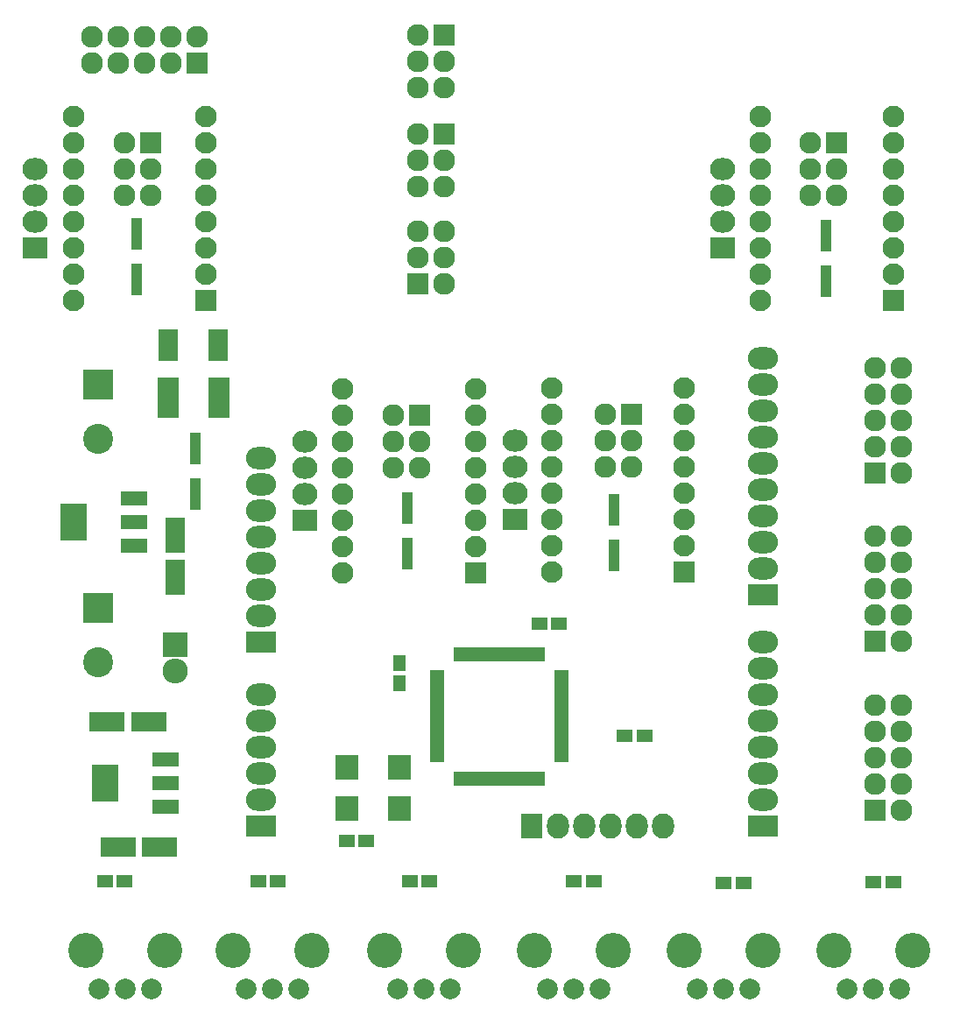
<source format=gts>
G04 #@! TF.FileFunction,Soldermask,Top*
%FSLAX46Y46*%
G04 Gerber Fmt 4.6, Leading zero omitted, Abs format (unit mm)*
G04 Created by KiCad (PCBNEW 4.0.0-rc1-stable) date 28.10.2015 10:15:14*
%MOMM*%
G01*
G04 APERTURE LIST*
%ADD10C,0.150000*%
%ADD11C,2.100000*%
%ADD12R,2.100000X2.100000*%
%ADD13R,0.849580X1.400000*%
%ADD14R,1.400000X0.849580*%
%ADD15R,2.127200X2.127200*%
%ADD16O,2.127200X2.127200*%
%ADD17R,1.100000X3.100000*%
%ADD18R,2.432000X2.127200*%
%ADD19O,2.432000X2.127200*%
%ADD20R,1.150000X1.600000*%
%ADD21R,1.600000X1.150000*%
%ADD22R,1.901140X3.100020*%
%ADD23R,2.000000X3.900000*%
%ADD24C,2.900000*%
%ADD25R,2.900000X2.900000*%
%ADD26R,2.127200X2.432000*%
%ADD27O,2.127200X2.432000*%
%ADD28R,2.900000X2.127200*%
%ADD29O,2.900000X2.127200*%
%ADD30R,2.200000X2.400000*%
%ADD31C,3.400000*%
%ADD32C,2.000000*%
%ADD33R,2.550000X1.350000*%
%ADD34R,2.550000X3.650000*%
%ADD35R,3.399740X1.901140*%
%ADD36R,1.901140X3.399740*%
%ADD37R,2.432000X2.432000*%
%ADD38O,2.432000X2.432000*%
G04 APERTURE END LIST*
D10*
D11*
X170919000Y-60960000D03*
X170919000Y-58420000D03*
X170919000Y-63500000D03*
X170919000Y-66040000D03*
X170919000Y-68580000D03*
X170919000Y-71120000D03*
X170919000Y-73660000D03*
X170919000Y-76200000D03*
D12*
X183769000Y-76200000D03*
D11*
X183769000Y-73660000D03*
X183769000Y-71120000D03*
X183769000Y-68580000D03*
X183769000Y-66040000D03*
X183769000Y-63500000D03*
X183769000Y-58420000D03*
X183769000Y-60960000D03*
X130533000Y-87249000D03*
X130533000Y-84709000D03*
X130533000Y-89789000D03*
X130533000Y-92329000D03*
X130533000Y-94869000D03*
X130533000Y-97409000D03*
X130533000Y-99949000D03*
X130533000Y-102489000D03*
D12*
X143383000Y-102489000D03*
D11*
X143383000Y-99949000D03*
X143383000Y-97409000D03*
X143383000Y-94869000D03*
X143383000Y-92329000D03*
X143383000Y-89789000D03*
X143383000Y-84709000D03*
X143383000Y-87249000D03*
X150726000Y-87185500D03*
X150726000Y-84645500D03*
X150726000Y-89725500D03*
X150726000Y-92265500D03*
X150726000Y-94805500D03*
X150726000Y-97345500D03*
X150726000Y-99885500D03*
X150726000Y-102425500D03*
D12*
X163576000Y-102425500D03*
D11*
X163576000Y-99885500D03*
X163576000Y-97345500D03*
X163576000Y-94805500D03*
X163576000Y-92265500D03*
X163576000Y-89725500D03*
X163576000Y-84645500D03*
X163576000Y-87185500D03*
X104498000Y-60960000D03*
X104498000Y-58420000D03*
X104498000Y-63500000D03*
X104498000Y-66040000D03*
X104498000Y-68580000D03*
X104498000Y-71120000D03*
X104498000Y-73660000D03*
X104498000Y-76200000D03*
D12*
X117348000Y-76200000D03*
D11*
X117348000Y-73660000D03*
X117348000Y-71120000D03*
X117348000Y-68580000D03*
X117348000Y-66040000D03*
X117348000Y-63500000D03*
X117348000Y-58420000D03*
X117348000Y-60960000D03*
D13*
X141668500Y-122364500D03*
X142466060Y-122364500D03*
X143266160Y-122364500D03*
X144066260Y-122364500D03*
X144866360Y-122364500D03*
X145666460Y-122364500D03*
X146466560Y-122364500D03*
X147266660Y-122364500D03*
X148066760Y-122364500D03*
X148866860Y-122364500D03*
X149666960Y-122364500D03*
D14*
X151668480Y-120365520D03*
X151668480Y-119565420D03*
X151668480Y-118765320D03*
X151668480Y-117965220D03*
X151668480Y-117165120D03*
X151668480Y-116365020D03*
X151668480Y-115564920D03*
X151668480Y-114764820D03*
X151668480Y-113964720D03*
X151668480Y-113164620D03*
X151668480Y-112364520D03*
D13*
X149666960Y-110365540D03*
X148866860Y-110365540D03*
X148066760Y-110365540D03*
X147266660Y-110365540D03*
X146466560Y-110365540D03*
X145666460Y-110365540D03*
X144866360Y-110365540D03*
X144066260Y-110365540D03*
X143266160Y-110365540D03*
X142466060Y-110365540D03*
X141668500Y-110365540D03*
D14*
X139669520Y-112364520D03*
X139669520Y-113164620D03*
X139669520Y-113964720D03*
X139669520Y-114764820D03*
X139669520Y-115564920D03*
X139669520Y-116365020D03*
X139669520Y-117165120D03*
X139669520Y-117965220D03*
X139669520Y-118765320D03*
X139669520Y-119565420D03*
X139669520Y-120365520D03*
D15*
X116459000Y-53213000D03*
D16*
X116459000Y-50673000D03*
X113919000Y-53213000D03*
X113919000Y-50673000D03*
X111379000Y-53213000D03*
X111379000Y-50673000D03*
X108839000Y-53213000D03*
X108839000Y-50673000D03*
X106299000Y-53213000D03*
X106299000Y-50673000D03*
D15*
X140335000Y-50546000D03*
D16*
X137795000Y-50546000D03*
X140335000Y-53086000D03*
X137795000Y-53086000D03*
X140335000Y-55626000D03*
X137795000Y-55626000D03*
D17*
X156781500Y-96374500D03*
X156781500Y-100774500D03*
D15*
X158432500Y-87185500D03*
D16*
X155892500Y-87185500D03*
X158432500Y-89725500D03*
X155892500Y-89725500D03*
X158432500Y-92265500D03*
X155892500Y-92265500D03*
D18*
X147193000Y-97345500D03*
D19*
X147193000Y-94805500D03*
X147193000Y-92265500D03*
X147193000Y-89725500D03*
D17*
X136779000Y-96247500D03*
X136779000Y-100647500D03*
D15*
X137985500Y-87249000D03*
D16*
X135445500Y-87249000D03*
X137985500Y-89789000D03*
X135445500Y-89789000D03*
X137985500Y-92329000D03*
X135445500Y-92329000D03*
D18*
X126873000Y-97409000D03*
D19*
X126873000Y-94869000D03*
X126873000Y-92329000D03*
X126873000Y-89789000D03*
D18*
X167259000Y-71120000D03*
D19*
X167259000Y-68580000D03*
X167259000Y-66040000D03*
X167259000Y-63500000D03*
D15*
X178244500Y-60960000D03*
D16*
X175704500Y-60960000D03*
X178244500Y-63500000D03*
X175704500Y-63500000D03*
X178244500Y-66040000D03*
X175704500Y-66040000D03*
D17*
X177292000Y-69895000D03*
X177292000Y-74295000D03*
X110617000Y-69768000D03*
X110617000Y-74168000D03*
D15*
X112014000Y-60960000D03*
D16*
X109474000Y-60960000D03*
X112014000Y-63500000D03*
X109474000Y-63500000D03*
X112014000Y-66040000D03*
X109474000Y-66040000D03*
D18*
X100838000Y-71120000D03*
D19*
X100838000Y-68580000D03*
X100838000Y-66040000D03*
X100838000Y-63500000D03*
D15*
X137795000Y-74549000D03*
D16*
X140335000Y-74549000D03*
X137795000Y-72009000D03*
X140335000Y-72009000D03*
X137795000Y-69469000D03*
X140335000Y-69469000D03*
D15*
X140335000Y-60071000D03*
D16*
X137795000Y-60071000D03*
X140335000Y-62611000D03*
X137795000Y-62611000D03*
X140335000Y-65151000D03*
X137795000Y-65151000D03*
D20*
X136017000Y-113154500D03*
X136017000Y-111254500D03*
D21*
X167388500Y-132461000D03*
X169288500Y-132461000D03*
X149545000Y-107378500D03*
X151445000Y-107378500D03*
X157800000Y-118237000D03*
X159700000Y-118237000D03*
X181866500Y-132397500D03*
X183766500Y-132397500D03*
X130939500Y-128397000D03*
X132839500Y-128397000D03*
X152910500Y-132334000D03*
X154810500Y-132334000D03*
X138935500Y-132334000D03*
X137035500Y-132334000D03*
X124267000Y-132334000D03*
X122367000Y-132334000D03*
D22*
X113677700Y-80454500D03*
X118478300Y-80454500D03*
D23*
X118579900Y-85598000D03*
X113703100Y-85598000D03*
D24*
X106934000Y-89578000D03*
D25*
X106934000Y-84328000D03*
D24*
X106934000Y-111104500D03*
D25*
X106934000Y-105854500D03*
D15*
X181991000Y-125476000D03*
D16*
X184531000Y-125476000D03*
X181991000Y-122936000D03*
X184531000Y-122936000D03*
X181991000Y-120396000D03*
X184531000Y-120396000D03*
X181991000Y-117856000D03*
X184531000Y-117856000D03*
X181991000Y-115316000D03*
X184531000Y-115316000D03*
D15*
X181991000Y-109093000D03*
D16*
X184531000Y-109093000D03*
X181991000Y-106553000D03*
X184531000Y-106553000D03*
X181991000Y-104013000D03*
X184531000Y-104013000D03*
X181991000Y-101473000D03*
X184531000Y-101473000D03*
X181991000Y-98933000D03*
X184531000Y-98933000D03*
D15*
X181991000Y-92837000D03*
D16*
X184531000Y-92837000D03*
X181991000Y-90297000D03*
X184531000Y-90297000D03*
X181991000Y-87757000D03*
X184531000Y-87757000D03*
X181991000Y-85217000D03*
X184531000Y-85217000D03*
X181991000Y-82677000D03*
X184531000Y-82677000D03*
D26*
X148844000Y-127000000D03*
D27*
X151384000Y-127000000D03*
X153924000Y-127000000D03*
X156464000Y-127000000D03*
X159004000Y-127000000D03*
X161544000Y-127000000D03*
D28*
X122682000Y-109200000D03*
D29*
X122682000Y-106660000D03*
X122682000Y-104120000D03*
X122682000Y-101580000D03*
X122682000Y-99040000D03*
X122682000Y-96500000D03*
X122682000Y-93960000D03*
X122682000Y-91420000D03*
D28*
X122682000Y-127000000D03*
D29*
X122682000Y-124460000D03*
X122682000Y-121920000D03*
X122682000Y-119380000D03*
X122682000Y-116840000D03*
X122682000Y-114300000D03*
D28*
X171182000Y-104656000D03*
D29*
X171182000Y-102116000D03*
X171182000Y-99576000D03*
X171182000Y-97036000D03*
X171182000Y-94496000D03*
X171182000Y-91956000D03*
X171182000Y-89416000D03*
X171182000Y-86876000D03*
X171182000Y-84336000D03*
X171182000Y-81796000D03*
D30*
X130937000Y-121285500D03*
X136017000Y-121285500D03*
X136017000Y-125285500D03*
X130937000Y-125285500D03*
D31*
X156718000Y-138998000D03*
D32*
X155448000Y-142748000D03*
X152908000Y-142748000D03*
X150368000Y-142748000D03*
D31*
X149098000Y-138998000D03*
X171196000Y-138998000D03*
D32*
X169926000Y-142748000D03*
X167386000Y-142748000D03*
X164846000Y-142748000D03*
D31*
X163576000Y-138998000D03*
X185674000Y-138998000D03*
D32*
X184404000Y-142748000D03*
X181864000Y-142748000D03*
X179324000Y-142748000D03*
D31*
X178054000Y-138998000D03*
D33*
X110363000Y-95299500D03*
X110363000Y-99899500D03*
X110363000Y-97599500D03*
D34*
X104563000Y-97599500D03*
D28*
X171182000Y-127000000D03*
D29*
X171182000Y-124460000D03*
X171182000Y-121920000D03*
X171182000Y-119380000D03*
X171182000Y-116840000D03*
X171182000Y-114300000D03*
X171182000Y-111760000D03*
X171182000Y-109220000D03*
D21*
X109471500Y-132334000D03*
X107571500Y-132334000D03*
D35*
X112869980Y-129032000D03*
X108872020Y-129032000D03*
X107792520Y-116903500D03*
X111790480Y-116903500D03*
D36*
X114363500Y-98902520D03*
X114363500Y-102900480D03*
D37*
X114363500Y-109410500D03*
D38*
X114363500Y-111950500D03*
D33*
X113411000Y-120509000D03*
X113411000Y-125109000D03*
X113411000Y-122809000D03*
D34*
X107611000Y-122809000D03*
D31*
X113347500Y-138998000D03*
D32*
X112077500Y-142748000D03*
X109537500Y-142748000D03*
X106997500Y-142748000D03*
D31*
X105727500Y-138998000D03*
X127571500Y-138998000D03*
D32*
X126301500Y-142748000D03*
X123761500Y-142748000D03*
X121221500Y-142748000D03*
D31*
X119951500Y-138998000D03*
X142176500Y-138998000D03*
D32*
X140906500Y-142748000D03*
X138366500Y-142748000D03*
X135826500Y-142748000D03*
D31*
X134556500Y-138998000D03*
D17*
X116268500Y-90469000D03*
X116268500Y-94869000D03*
M02*

</source>
